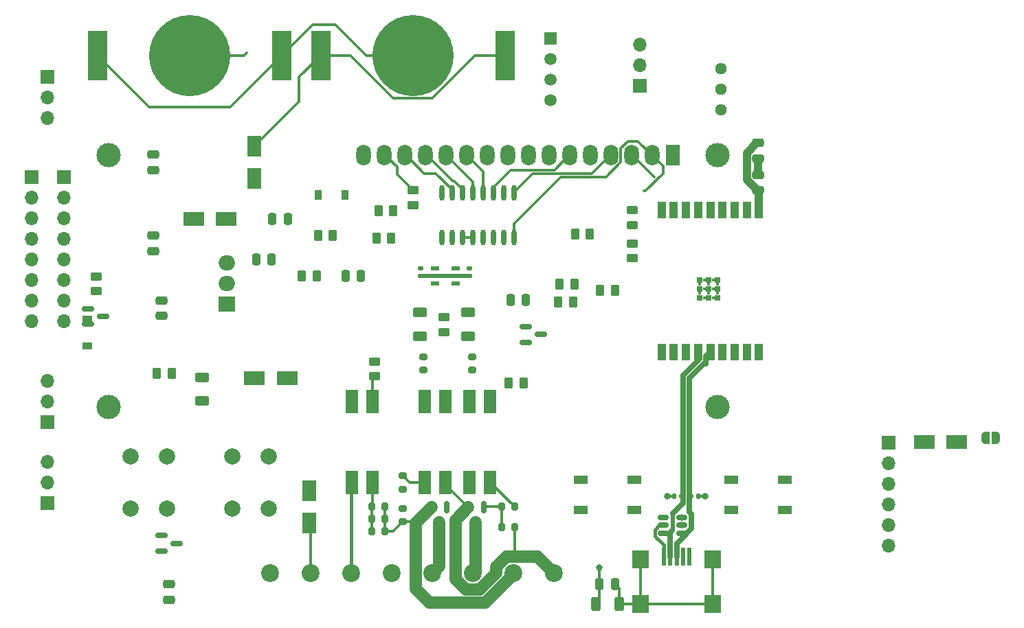
<source format=gbr>
%TF.GenerationSoftware,KiCad,Pcbnew,(6.0.9)*%
%TF.CreationDate,2022-11-21T22:50:26+02:00*%
%TF.ProjectId,Elekit2.0,456c656b-6974-4322-9e30-2e6b69636164,rev?*%
%TF.SameCoordinates,Original*%
%TF.FileFunction,Copper,L1,Top*%
%TF.FilePolarity,Positive*%
%FSLAX46Y46*%
G04 Gerber Fmt 4.6, Leading zero omitted, Abs format (unit mm)*
G04 Created by KiCad (PCBNEW (6.0.9)) date 2022-11-21 22:50:26*
%MOMM*%
%LPD*%
G01*
G04 APERTURE LIST*
G04 Aperture macros list*
%AMRoundRect*
0 Rectangle with rounded corners*
0 $1 Rounding radius*
0 $2 $3 $4 $5 $6 $7 $8 $9 X,Y pos of 4 corners*
0 Add a 4 corners polygon primitive as box body*
4,1,4,$2,$3,$4,$5,$6,$7,$8,$9,$2,$3,0*
0 Add four circle primitives for the rounded corners*
1,1,$1+$1,$2,$3*
1,1,$1+$1,$4,$5*
1,1,$1+$1,$6,$7*
1,1,$1+$1,$8,$9*
0 Add four rect primitives between the rounded corners*
20,1,$1+$1,$2,$3,$4,$5,0*
20,1,$1+$1,$4,$5,$6,$7,0*
20,1,$1+$1,$6,$7,$8,$9,0*
20,1,$1+$1,$8,$9,$2,$3,0*%
%AMFreePoly0*
4,1,22,0.500000,-0.750000,0.000000,-0.750000,0.000000,-0.745033,-0.079941,-0.743568,-0.215256,-0.701293,-0.333266,-0.622738,-0.424486,-0.514219,-0.481581,-0.384460,-0.499164,-0.250000,-0.500000,-0.250000,-0.500000,0.250000,-0.499164,0.250000,-0.499963,0.256109,-0.478152,0.396186,-0.417904,0.524511,-0.324060,0.630769,-0.204165,0.706417,-0.067858,0.745374,0.000000,0.744959,0.000000,0.750000,
0.500000,0.750000,0.500000,-0.750000,0.500000,-0.750000,$1*%
%AMFreePoly1*
4,1,20,0.000000,0.744959,0.073905,0.744508,0.209726,0.703889,0.328688,0.626782,0.421226,0.519385,0.479903,0.390333,0.500000,0.250000,0.500000,-0.250000,0.499851,-0.262216,0.476331,-0.402017,0.414519,-0.529596,0.319384,-0.634700,0.198574,-0.708877,0.061801,-0.746166,0.000000,-0.745033,0.000000,-0.750000,-0.500000,-0.750000,-0.500000,0.750000,0.000000,0.750000,0.000000,0.744959,
0.000000,0.744959,$1*%
G04 Aperture macros list end*
%TA.AperFunction,SMDPad,CuDef*%
%ADD10FreePoly0,0.000000*%
%TD*%
%TA.AperFunction,SMDPad,CuDef*%
%ADD11FreePoly1,0.000000*%
%TD*%
%TA.AperFunction,ComponentPad*%
%ADD12R,1.700000X1.700000*%
%TD*%
%TA.AperFunction,ComponentPad*%
%ADD13O,1.700000X1.700000*%
%TD*%
%TA.AperFunction,SMDPad,CuDef*%
%ADD14R,2.500000X1.800000*%
%TD*%
%TA.AperFunction,SMDPad,CuDef*%
%ADD15R,1.000000X2.000000*%
%TD*%
%TA.AperFunction,SMDPad,CuDef*%
%ADD16R,0.700000X0.700000*%
%TD*%
%TA.AperFunction,ComponentPad*%
%ADD17C,2.000000*%
%TD*%
%TA.AperFunction,SMDPad,CuDef*%
%ADD18RoundRect,0.250000X-0.250000X-0.475000X0.250000X-0.475000X0.250000X0.475000X-0.250000X0.475000X0*%
%TD*%
%TA.AperFunction,SMDPad,CuDef*%
%ADD19RoundRect,0.250000X0.312500X0.625000X-0.312500X0.625000X-0.312500X-0.625000X0.312500X-0.625000X0*%
%TD*%
%TA.AperFunction,ComponentPad*%
%ADD20O,1.800000X2.600000*%
%TD*%
%TA.AperFunction,ComponentPad*%
%ADD21R,1.800000X2.600000*%
%TD*%
%TA.AperFunction,ComponentPad*%
%ADD22C,3.000000*%
%TD*%
%TA.AperFunction,SMDPad,CuDef*%
%ADD23RoundRect,0.250000X0.250000X0.475000X-0.250000X0.475000X-0.250000X-0.475000X0.250000X-0.475000X0*%
%TD*%
%TA.AperFunction,ComponentPad*%
%ADD24R,1.500000X1.500000*%
%TD*%
%TA.AperFunction,ComponentPad*%
%ADD25C,1.500000*%
%TD*%
%TA.AperFunction,SMDPad,CuDef*%
%ADD26R,1.500000X3.000000*%
%TD*%
%TA.AperFunction,SMDPad,CuDef*%
%ADD27R,0.500000X2.200000*%
%TD*%
%TA.AperFunction,SMDPad,CuDef*%
%ADD28R,2.000000X2.200000*%
%TD*%
%TA.AperFunction,SMDPad,CuDef*%
%ADD29R,1.000000X0.600000*%
%TD*%
%TA.AperFunction,SMDPad,CuDef*%
%ADD30RoundRect,0.150000X-0.150000X0.587500X-0.150000X-0.587500X0.150000X-0.587500X0.150000X0.587500X0*%
%TD*%
%TA.AperFunction,SMDPad,CuDef*%
%ADD31C,10.000025*%
%TD*%
%TA.AperFunction,SMDPad,CuDef*%
%ADD32R,2.400000X6.100000*%
%TD*%
%TA.AperFunction,SMDPad,CuDef*%
%ADD33RoundRect,0.250000X-0.450000X0.262500X-0.450000X-0.262500X0.450000X-0.262500X0.450000X0.262500X0*%
%TD*%
%TA.AperFunction,SMDPad,CuDef*%
%ADD34RoundRect,0.200000X-0.275000X0.200000X-0.275000X-0.200000X0.275000X-0.200000X0.275000X0.200000X0*%
%TD*%
%TA.AperFunction,SMDPad,CuDef*%
%ADD35RoundRect,0.250000X0.450000X-0.262500X0.450000X0.262500X-0.450000X0.262500X-0.450000X-0.262500X0*%
%TD*%
%TA.AperFunction,SMDPad,CuDef*%
%ADD36RoundRect,0.250000X-0.262500X-0.450000X0.262500X-0.450000X0.262500X0.450000X-0.262500X0.450000X0*%
%TD*%
%TA.AperFunction,SMDPad,CuDef*%
%ADD37RoundRect,0.140000X-0.140000X-0.170000X0.140000X-0.170000X0.140000X0.170000X-0.140000X0.170000X0*%
%TD*%
%TA.AperFunction,SMDPad,CuDef*%
%ADD38RoundRect,0.200000X-0.200000X-0.275000X0.200000X-0.275000X0.200000X0.275000X-0.200000X0.275000X0*%
%TD*%
%TA.AperFunction,SMDPad,CuDef*%
%ADD39RoundRect,0.150000X-0.587500X-0.150000X0.587500X-0.150000X0.587500X0.150000X-0.587500X0.150000X0*%
%TD*%
%TA.AperFunction,SMDPad,CuDef*%
%ADD40R,1.200000X0.900000*%
%TD*%
%TA.AperFunction,ComponentPad*%
%ADD41C,2.200000*%
%TD*%
%TA.AperFunction,SMDPad,CuDef*%
%ADD42RoundRect,0.250000X-0.625000X0.312500X-0.625000X-0.312500X0.625000X-0.312500X0.625000X0.312500X0*%
%TD*%
%TA.AperFunction,SMDPad,CuDef*%
%ADD43R,1.700000X1.000000*%
%TD*%
%TA.AperFunction,SMDPad,CuDef*%
%ADD44R,1.800000X2.500000*%
%TD*%
%TA.AperFunction,SMDPad,CuDef*%
%ADD45RoundRect,0.200000X0.275000X-0.200000X0.275000X0.200000X-0.275000X0.200000X-0.275000X-0.200000X0*%
%TD*%
%TA.AperFunction,SMDPad,CuDef*%
%ADD46RoundRect,0.250000X-0.475000X0.250000X-0.475000X-0.250000X0.475000X-0.250000X0.475000X0.250000X0*%
%TD*%
%TA.AperFunction,SMDPad,CuDef*%
%ADD47RoundRect,0.250000X0.475000X-0.250000X0.475000X0.250000X-0.475000X0.250000X-0.475000X-0.250000X0*%
%TD*%
%TA.AperFunction,SMDPad,CuDef*%
%ADD48RoundRect,0.250000X0.262500X0.450000X-0.262500X0.450000X-0.262500X-0.450000X0.262500X-0.450000X0*%
%TD*%
%TA.AperFunction,SMDPad,CuDef*%
%ADD49RoundRect,0.200000X0.200000X0.275000X-0.200000X0.275000X-0.200000X-0.275000X0.200000X-0.275000X0*%
%TD*%
%TA.AperFunction,SMDPad,CuDef*%
%ADD50RoundRect,0.243750X-0.456250X0.243750X-0.456250X-0.243750X0.456250X-0.243750X0.456250X0.243750X0*%
%TD*%
%TA.AperFunction,SMDPad,CuDef*%
%ADD51RoundRect,0.140000X0.170000X-0.140000X0.170000X0.140000X-0.170000X0.140000X-0.170000X-0.140000X0*%
%TD*%
%TA.AperFunction,SMDPad,CuDef*%
%ADD52R,0.900000X1.200000*%
%TD*%
%TA.AperFunction,SMDPad,CuDef*%
%ADD53RoundRect,0.150000X0.512500X0.150000X-0.512500X0.150000X-0.512500X-0.150000X0.512500X-0.150000X0*%
%TD*%
%TA.AperFunction,ComponentPad*%
%ADD54O,2.000000X1.905000*%
%TD*%
%TA.AperFunction,ComponentPad*%
%ADD55R,2.000000X1.905000*%
%TD*%
%TA.AperFunction,SMDPad,CuDef*%
%ADD56O,0.602007X1.970993*%
%TD*%
%TA.AperFunction,SMDPad,CuDef*%
%ADD57RoundRect,0.140000X-0.170000X0.140000X-0.170000X-0.140000X0.170000X-0.140000X0.170000X0.140000X0*%
%TD*%
%TA.AperFunction,ComponentPad*%
%ADD58C,1.440000*%
%TD*%
%TA.AperFunction,ViaPad*%
%ADD59C,0.800000*%
%TD*%
%TA.AperFunction,ViaPad*%
%ADD60C,0.400000*%
%TD*%
%TA.AperFunction,Conductor*%
%ADD61C,0.300000*%
%TD*%
%TA.AperFunction,Conductor*%
%ADD62C,0.640000*%
%TD*%
%TA.AperFunction,Conductor*%
%ADD63C,1.000000*%
%TD*%
%TA.AperFunction,Conductor*%
%ADD64C,1.500000*%
%TD*%
%TA.AperFunction,Conductor*%
%ADD65C,0.400000*%
%TD*%
%TA.AperFunction,Conductor*%
%ADD66C,0.500000*%
%TD*%
%TA.AperFunction,Conductor*%
%ADD67C,0.550000*%
%TD*%
G04 APERTURE END LIST*
D10*
%TO.P,JP5,1,A*%
%TO.N,Net-(J6-Pad3)*%
X140550000Y-77000000D03*
D11*
%TO.P,JP5,2,B*%
%TO.N,Net-(D8-Pad2)*%
X141850000Y-77000000D03*
%TD*%
D12*
%TO.P,J6,1,Pin_1*%
%TO.N,GND*%
X128650000Y-77550000D03*
D13*
%TO.P,J6,2,Pin_2*%
%TO.N,unconnected-(J6-Pad2)*%
X128650000Y-80090000D03*
%TO.P,J6,3,Pin_3*%
%TO.N,Net-(J6-Pad3)*%
X128650000Y-82630000D03*
%TO.P,J6,4,Pin_4*%
%TO.N,/RX*%
X128650000Y-85170000D03*
%TO.P,J6,5,Pin_5*%
%TO.N,/TX*%
X128650000Y-87710000D03*
%TO.P,J6,6,Pin_6*%
%TO.N,unconnected-(J6-Pad6)*%
X128650000Y-90250000D03*
%TD*%
D14*
%TO.P,D8,1,K*%
%TO.N,/VBUS*%
X133000000Y-77500000D03*
%TO.P,D8,2,A*%
%TO.N,Net-(D8-Pad2)*%
X137000000Y-77500000D03*
%TD*%
D12*
%TO.P,J10,1,Pin_1*%
%TO.N,GND*%
X25000000Y-32500000D03*
D13*
%TO.P,J10,2,Pin_2*%
%TO.N,Net-(J10-Pad2)*%
X25000000Y-35040000D03*
%TO.P,J10,3,Pin_3*%
%TO.N,/VBUS*%
X25000000Y-37580000D03*
%TD*%
D15*
%TO.P,U9,1,3V3*%
%TO.N,+3.3V*%
X112649898Y-48889890D03*
%TO.P,U9,2,EN*%
%TO.N,/CHIP_PU*%
X111150025Y-48889890D03*
%TO.P,U9,3,IO4*%
%TO.N,/GPIO4*%
X109649898Y-48889890D03*
%TO.P,U9,4,IO5*%
%TO.N,/GPIO5*%
X108150025Y-48889890D03*
%TO.P,U9,5,IO6*%
%TO.N,/GPIO6*%
X106649898Y-48889890D03*
%TO.P,U9,6,IO7*%
%TO.N,/GPIO7*%
X105150025Y-48889890D03*
%TO.P,U9,7,IO8*%
%TO.N,/GPIO8*%
X103649898Y-48889890D03*
%TO.P,U9,8,IO9*%
%TO.N,/GPIO9*%
X102150025Y-48889890D03*
%TO.P,U9,9,GND*%
%TO.N,GND*%
X100649898Y-48889890D03*
%TO.P,U9,10,IO10*%
%TO.N,/GPIO10*%
X100649898Y-66390018D03*
%TO.P,U9,11,RXD*%
%TO.N,/RX*%
X102150025Y-66390018D03*
%TO.P,U9,12,TXD*%
%TO.N,/TX*%
X103649898Y-66390018D03*
%TO.P,U9,13,IO18*%
%TO.N,/D-*%
X105150025Y-66390018D03*
%TO.P,U9,14,IO19*%
%TO.N,/D+*%
X106649898Y-66390018D03*
%TO.P,U9,15,IO3*%
%TO.N,/GPIO3*%
X108150025Y-66390018D03*
%TO.P,U9,16,IO2*%
%TO.N,/GPIO2*%
X109649898Y-66390018D03*
%TO.P,U9,17,IO1*%
%TO.N,/GPIO1*%
X111150025Y-66390018D03*
%TO.P,U9,18,IO0*%
%TO.N,/GPIO0*%
X112649898Y-66390018D03*
D16*
%TO.P,U9,19,EP*%
%TO.N,GND*%
X106450000Y-58599822D03*
X107550076Y-59699898D03*
X106450000Y-57500000D03*
X106450000Y-59699898D03*
X105349924Y-58599822D03*
X107550076Y-57500000D03*
X107550076Y-58599822D03*
X105349924Y-59699898D03*
X105349924Y-57500000D03*
%TD*%
D17*
%TO.P,SW2,1,1*%
%TO.N,GND*%
X35250000Y-85750000D03*
X35250000Y-79250000D03*
%TO.P,SW2,2,2*%
%TO.N,Net-(C14-Pad2)*%
X39750000Y-85750000D03*
X39750000Y-79250000D03*
%TD*%
D18*
%TO.P,C14,1*%
%TO.N,GND*%
X82050000Y-60000000D03*
%TO.P,C14,2*%
%TO.N,Net-(C14-Pad2)*%
X83950000Y-60000000D03*
%TD*%
D19*
%TO.P,R1,1*%
%TO.N,Net-(C3-Pad1)*%
X95462500Y-97500000D03*
%TO.P,R1,2*%
%TO.N,GND*%
X92537500Y-97500000D03*
%TD*%
D20*
%TO.P,DS1,16,LED(-)*%
%TO.N,GND*%
X63900000Y-42142500D03*
%TO.P,DS1,15,LED(+)*%
%TO.N,Net-(DS1-Pad15)*%
X66440000Y-42142500D03*
%TO.P,DS1,14,D7*%
%TO.N,Net-(DS1-Pad14)*%
X68980000Y-42142500D03*
%TO.P,DS1,13,D6*%
%TO.N,Net-(DS1-Pad13)*%
X71520000Y-42142500D03*
%TO.P,DS1,12,D5*%
%TO.N,Net-(DS1-Pad12)*%
X74060000Y-42142500D03*
%TO.P,DS1,11,D4*%
%TO.N,Net-(DS1-Pad11)*%
X76600000Y-42142500D03*
%TO.P,DS1,10,D3*%
%TO.N,unconnected-(DS1-Pad10)*%
X79140000Y-42142500D03*
%TO.P,DS1,9,D2*%
%TO.N,unconnected-(DS1-Pad9)*%
X81680000Y-42142500D03*
%TO.P,DS1,8,D1*%
%TO.N,unconnected-(DS1-Pad8)*%
X84220000Y-42142500D03*
%TO.P,DS1,7,D0*%
%TO.N,unconnected-(DS1-Pad7)*%
X86760000Y-42142500D03*
%TO.P,DS1,6,E*%
%TO.N,Net-(DS1-Pad6)*%
X89300000Y-42142500D03*
%TO.P,DS1,5,R/W*%
%TO.N,GND*%
X91840000Y-42142500D03*
%TO.P,DS1,4,RS*%
%TO.N,Net-(DS1-Pad4)*%
X94380000Y-42142500D03*
%TO.P,DS1,3,VO*%
%TO.N,Net-(DS1-Pad3)*%
X96920000Y-42142500D03*
%TO.P,DS1,2,VDD*%
%TO.N,/VBUS*%
X99460000Y-42142500D03*
D21*
%TO.P,DS1,1,VSS*%
%TO.N,GND*%
X102000000Y-42142500D03*
D22*
%TO.P,DS1,*%
%TO.N,*%
X32500000Y-42142500D03*
X107499100Y-73143200D03*
X107499100Y-42142500D03*
X32500520Y-73143200D03*
%TD*%
D23*
%TO.P,C3,1*%
%TO.N,Net-(C3-Pad1)*%
X94900000Y-95000000D03*
%TO.P,C3,2*%
%TO.N,GND*%
X93000000Y-95000000D03*
%TD*%
D24*
%TO.P,U11,1,VCC*%
%TO.N,+3.3V*%
X87000000Y-27685000D03*
D25*
%TO.P,U11,2,IO*%
%TO.N,/DHT_DATA*%
X87000000Y-30225000D03*
%TO.P,U11,3,NC*%
%TO.N,unconnected-(U11-Pad3)*%
X87000000Y-32765000D03*
%TO.P,U11,4,GND*%
%TO.N,GND*%
X87000000Y-35305000D03*
%TD*%
D26*
%TO.P,U12,1,AN*%
%TO.N,/DRAIN1_CONTROL*%
X74039752Y-72500000D03*
%TO.P,U12,2,CAT*%
%TO.N,Net-(R20-Pad1)*%
X71499746Y-72500000D03*
%TO.P,U12,3,EM*%
%TO.N,Net-(R19-Pad1)*%
X71499746Y-82500000D03*
%TO.P,U12,4,COL*%
%TO.N,/HVBUS*%
X74039752Y-82500000D03*
%TD*%
D27*
%TO.P,U1,1,VCC*%
%TO.N,/VUSB*%
X100899924Y-91599822D03*
%TO.P,U1,2,D-*%
%TO.N,/D-*%
X101700025Y-91599822D03*
%TO.P,U1,3,D+*%
%TO.N,/D+*%
X102499873Y-91599822D03*
%TO.P,U1,4,ID*%
%TO.N,unconnected-(U1-Pad4)*%
X103299975Y-91599822D03*
%TO.P,U1,5,GND*%
%TO.N,GND*%
X104099822Y-91599822D03*
D28*
%TO.P,U1,6,6*%
%TO.N,Net-(C3-Pad1)*%
X98050038Y-91999873D03*
%TO.P,U1,7,7*%
X106949962Y-91999873D03*
%TO.P,U1,9,9*%
X98050038Y-97500000D03*
%TO.P,U1,8,8*%
X106949962Y-97500000D03*
%TD*%
D29*
%TO.P,U7,5,VOUT*%
%TO.N,+3.3V*%
X75300102Y-56070038D03*
%TO.P,U7,4,NC*%
%TO.N,unconnected-(U7-Pad4)*%
X75300102Y-57969962D03*
%TO.P,U7,3,CE*%
%TO.N,/EN_LDO*%
X72699898Y-57969962D03*
%TO.P,U7,2,VSS*%
%TO.N,GND*%
X72699898Y-57020000D03*
%TO.P,U7,1,VIN*%
%TO.N,/VBUS*%
X72699898Y-56070038D03*
%TD*%
D30*
%TO.P,Q4,1,G*%
%TO.N,Net-(Q4-Pad1)*%
X74219876Y-85562500D03*
%TO.P,Q4,2,S*%
%TO.N,GNDPWR*%
X72319876Y-85562500D03*
%TO.P,Q4,3,D*%
%TO.N,/DRAIN1*%
X73269876Y-87437500D03*
%TD*%
D12*
%TO.P,J9,1,Pin_1*%
%TO.N,GND*%
X25000000Y-75040000D03*
D13*
%TO.P,J9,2,Pin_2*%
%TO.N,/VBUS*%
X25000000Y-72500000D03*
%TO.P,J9,3,Pin_3*%
%TO.N,/SERVO2*%
X25000000Y-69960000D03*
%TD*%
D31*
%TO.P,U2,2,2*%
%TO.N,Net-(U2-Pad2)*%
X70000000Y-29809500D03*
D32*
%TO.P,U2,1,1*%
%TO.N,+BATT*%
X81350013Y-29809500D03*
X58649987Y-29809500D03*
%TD*%
D12*
%TO.P,J7,1,Pin_1*%
%TO.N,/GPIO0*%
X23000000Y-44840000D03*
D13*
%TO.P,J7,2,Pin_2*%
%TO.N,/GPIO1*%
X23000000Y-47380000D03*
%TO.P,J7,3,Pin_3*%
%TO.N,/GPIO2*%
X23000000Y-49920000D03*
%TO.P,J7,4,Pin_4*%
%TO.N,/GPIO3*%
X23000000Y-52460000D03*
%TO.P,J7,5,Pin_5*%
%TO.N,/GPIO4*%
X23000000Y-55000000D03*
%TO.P,J7,6,Pin_6*%
%TO.N,/GPIO5*%
X23000000Y-57540000D03*
%TO.P,J7,7,Pin_7*%
%TO.N,/GPIO6*%
X23000000Y-60080000D03*
%TO.P,J7,8,Pin_8*%
%TO.N,/GPIO7*%
X23000000Y-62620000D03*
%TD*%
D18*
%TO.P,C10,1*%
%TO.N,/BTN*%
X61700000Y-57000000D03*
%TO.P,C10,2*%
%TO.N,GND*%
X63600000Y-57000000D03*
%TD*%
D33*
%TO.P,R18,1*%
%TO.N,+3.3V*%
X31000000Y-57087500D03*
%TO.P,R18,2*%
%TO.N,/DHT_DATA*%
X31000000Y-58912500D03*
%TD*%
D34*
%TO.P,R21,1*%
%TO.N,Net-(Q4-Pad1)*%
X68769876Y-85675000D03*
%TO.P,R21,2*%
%TO.N,GNDPWR*%
X68769876Y-87325000D03*
%TD*%
D35*
%TO.P,R2,1*%
%TO.N,/VBUS*%
X70060000Y-48270000D03*
%TO.P,R2,2*%
%TO.N,Net-(DS1-Pad15)*%
X70060000Y-46445000D03*
%TD*%
D33*
%TO.P,R16,1*%
%TO.N,+3.3V*%
X73839924Y-62087500D03*
%TO.P,R16,2*%
%TO.N,/DQ*%
X73839924Y-63912500D03*
%TD*%
D36*
%TO.P,R4,1*%
%TO.N,Net-(R4-Pad1)*%
X88087500Y-58000000D03*
%TO.P,R4,2*%
%TO.N,/BTN*%
X89912500Y-58000000D03*
%TD*%
D37*
%TO.P,C2,2*%
%TO.N,/D-*%
X103160000Y-84171869D03*
%TO.P,C2,1*%
%TO.N,GND*%
X102200000Y-84171869D03*
%TD*%
D12*
%TO.P,J11,1,Pin_1*%
%TO.N,GND*%
X98000000Y-33525000D03*
D13*
%TO.P,J11,2,Pin_2*%
%TO.N,/DQ*%
X98000000Y-30985000D03*
%TO.P,J11,3,Pin_3*%
%TO.N,+3.3V*%
X98000000Y-28445000D03*
%TD*%
D32*
%TO.P,U4,1,1*%
%TO.N,Net-(U2-Pad2)*%
X31149987Y-29809500D03*
X53850013Y-29809500D03*
D31*
%TO.P,U4,2,2*%
%TO.N,GND*%
X42500000Y-29809500D03*
%TD*%
D36*
%TO.P,R8,1*%
%TO.N,Net-(Q1-Pad1)*%
X56337500Y-57000000D03*
%TO.P,R8,2*%
%TO.N,/GPIO5*%
X58162500Y-57000000D03*
%TD*%
D34*
%TO.P,R19,1*%
%TO.N,Net-(R19-Pad1)*%
X68769876Y-81675000D03*
%TO.P,R19,2*%
%TO.N,Net-(Q4-Pad1)*%
X68769876Y-83325000D03*
%TD*%
D38*
%TO.P,R23,1*%
%TO.N,Net-(Q5-Pad1)*%
X80944876Y-85500000D03*
%TO.P,R23,2*%
%TO.N,Net-(R23-Pad2)*%
X82594876Y-85500000D03*
%TD*%
D39*
%TO.P,Q2,1,G*%
%TO.N,Net-(Q2-Pad1)*%
X83875000Y-63300000D03*
%TO.P,Q2,2,S*%
%TO.N,GND*%
X83875000Y-65200000D03*
%TO.P,Q2,3,D*%
%TO.N,Net-(D9-Pad4)*%
X85750000Y-64250000D03*
%TD*%
D40*
%TO.P,D6,1,K*%
%TO.N,/EN_LDO*%
X29912500Y-62350000D03*
%TO.P,D6,2,A*%
%TO.N,/BTN*%
X29912500Y-65650000D03*
%TD*%
D18*
%TO.P,C7,1*%
%TO.N,/VBUS*%
X50700000Y-55000000D03*
%TO.P,C7,2*%
%TO.N,GND*%
X52600000Y-55000000D03*
%TD*%
D41*
%TO.P,J2,1,Pin_1*%
%TO.N,/DRAIN1*%
X72415888Y-93650000D03*
%TO.P,J2,2,Pin_2*%
%TO.N,/SOUCE1*%
X77415888Y-93650000D03*
%TD*%
D42*
%TO.P,R12,1*%
%TO.N,/CHIP_PU*%
X76839924Y-61537500D03*
%TO.P,R12,2*%
%TO.N,+3.3V*%
X76839924Y-64462500D03*
%TD*%
D43*
%TO.P,U8,1,A*%
%TO.N,/GPIO9*%
X90700025Y-82149809D03*
%TO.P,U8,2,B*%
%TO.N,unconnected-(U8-Pad2)*%
X97299975Y-82149784D03*
%TO.P,U8,3,C*%
%TO.N,unconnected-(U8-Pad3)*%
X90700025Y-85850216D03*
%TO.P,U8,4,D*%
%TO.N,GND*%
X97299975Y-85850191D03*
%TD*%
D17*
%TO.P,SW1,1,1*%
%TO.N,Net-(R4-Pad1)*%
X47750000Y-79250000D03*
X47750000Y-85750000D03*
%TO.P,SW1,2,2*%
%TO.N,/VBUS*%
X52250000Y-79250000D03*
X52250000Y-85750000D03*
%TD*%
D44*
%TO.P,D1,1,K*%
%TO.N,/VBUS*%
X50500000Y-45000000D03*
%TO.P,D1,2,A*%
%TO.N,+BATT*%
X50500000Y-41000000D03*
%TD*%
D45*
%TO.P,R24,1*%
%TO.N,Net-(R24-Pad1)*%
X77269876Y-68645000D03*
%TO.P,R24,2*%
%TO.N,GND*%
X77269876Y-66995000D03*
%TD*%
D41*
%TO.P,J4,2,Pin_2*%
%TO.N,Net-(D5-Pad2)*%
X57415888Y-93650000D03*
%TO.P,J4,1,Pin_1*%
%TO.N,GND*%
X52415888Y-93650000D03*
%TD*%
D39*
%TO.P,Q1,1,G*%
%TO.N,Net-(Q1-Pad1)*%
X39062500Y-89050000D03*
%TO.P,Q1,2,S*%
%TO.N,GND*%
X39062500Y-90950000D03*
%TO.P,Q1,3,D*%
%TO.N,/SERVO1*%
X40937500Y-90000000D03*
%TD*%
D46*
%TO.P,C4,2*%
%TO.N,/HVBUS*%
X39000000Y-61950000D03*
%TO.P,C4,1*%
%TO.N,GND*%
X39000000Y-60050000D03*
%TD*%
D39*
%TO.P,Q3,1,G*%
%TO.N,Net-(Q3-Pad1)*%
X29975000Y-61050000D03*
%TO.P,Q3,2,S*%
%TO.N,GND*%
X29975000Y-62950000D03*
%TO.P,Q3,3,D*%
%TO.N,/SERVO2*%
X31850000Y-62000000D03*
%TD*%
D47*
%TO.P,C5,2*%
%TO.N,Net-(C5-Pad2)*%
X38000000Y-52050000D03*
%TO.P,C5,1*%
%TO.N,GND*%
X38000000Y-53950000D03*
%TD*%
D18*
%TO.P,C6,1*%
%TO.N,/VBUS*%
X52700000Y-50000000D03*
%TO.P,C6,2*%
%TO.N,GND*%
X54600000Y-50000000D03*
%TD*%
D26*
%TO.P,U13,1,AN*%
%TO.N,/SOUCE1_CONTROL*%
X79539752Y-72500000D03*
%TO.P,U13,2,CAT*%
%TO.N,Net-(R24-Pad1)*%
X76999746Y-72500000D03*
%TO.P,U13,3,EM*%
%TO.N,GNDPWR*%
X76999746Y-82500000D03*
%TO.P,U13,4,COL*%
%TO.N,Net-(R23-Pad2)*%
X79539752Y-82500000D03*
%TD*%
D38*
%TO.P,R27,1*%
%TO.N,Net-(R25-Pad1)*%
X64944876Y-88500000D03*
%TO.P,R27,2*%
%TO.N,GNDPWR*%
X66594876Y-88500000D03*
%TD*%
D14*
%TO.P,D3,1,K*%
%TO.N,/VBUS*%
X50512500Y-69642500D03*
%TO.P,D3,2,A*%
%TO.N,/VUSB*%
X54512500Y-69642500D03*
%TD*%
%TO.P,D2,2,A*%
%TO.N,Net-(C5-Pad2)*%
X47000000Y-50000000D03*
%TO.P,D2,1,K*%
%TO.N,/VBUS*%
X43000000Y-50000000D03*
%TD*%
D36*
%TO.P,R10,2*%
%TO.N,/GPIO5*%
X83662500Y-70250000D03*
%TO.P,R10,1*%
%TO.N,Net-(Q2-Pad1)*%
X81837500Y-70250000D03*
%TD*%
D38*
%TO.P,R25,1*%
%TO.N,Net-(R25-Pad1)*%
X64944876Y-85500000D03*
%TO.P,R25,2*%
%TO.N,GNDPWR*%
X66594876Y-85500000D03*
%TD*%
D46*
%TO.P,C15,1*%
%TO.N,/CHIP_PU*%
X40000000Y-95050000D03*
%TO.P,C15,2*%
%TO.N,GND*%
X40000000Y-96950000D03*
%TD*%
D38*
%TO.P,R26,1*%
%TO.N,Net-(R25-Pad1)*%
X64944876Y-87000000D03*
%TO.P,R26,2*%
%TO.N,GNDPWR*%
X66594876Y-87000000D03*
%TD*%
D30*
%TO.P,Q5,1,G*%
%TO.N,Net-(Q5-Pad1)*%
X78719876Y-85562500D03*
%TO.P,Q5,2,S*%
%TO.N,/HVBUS*%
X76819876Y-85562500D03*
%TO.P,Q5,3,D*%
%TO.N,/SOUCE1*%
X77769876Y-87437500D03*
%TD*%
D48*
%TO.P,R13,1*%
%TO.N,Net-(Q3-Pad1)*%
X91825000Y-51825000D03*
%TO.P,R13,2*%
%TO.N,/GPIO5*%
X90000000Y-51825000D03*
%TD*%
D44*
%TO.P,D5,2,A*%
%TO.N,Net-(D5-Pad2)*%
X57269876Y-87500000D03*
%TO.P,D5,1,K*%
%TO.N,/VBUS*%
X57269876Y-83500000D03*
%TD*%
D36*
%TO.P,R5,1*%
%TO.N,Net-(D7-Pad2)*%
X93087500Y-58825000D03*
%TO.P,R5,2*%
%TO.N,Net-(JP3-Pad1)*%
X94912500Y-58825000D03*
%TD*%
D49*
%TO.P,R22,1*%
%TO.N,/HVBUS*%
X82594876Y-88000000D03*
%TO.P,R22,2*%
%TO.N,Net-(Q5-Pad1)*%
X80944876Y-88000000D03*
%TD*%
D41*
%TO.P,J3,1,Pin_1*%
%TO.N,/INP1*%
X62415888Y-93650000D03*
%TO.P,J3,2,Pin_2*%
%TO.N,unconnected-(J3-Pad2)*%
X67415888Y-93650000D03*
%TD*%
D50*
%TO.P,D4,2,A*%
%TO.N,Net-(D4-Pad2)*%
X97000000Y-50762500D03*
%TO.P,D4,1,K*%
%TO.N,Net-(D4-Pad1)*%
X97000000Y-48887500D03*
%TD*%
D46*
%TO.P,C12,1*%
%TO.N,GND*%
X112500000Y-44550000D03*
%TO.P,C12,2*%
%TO.N,+3.3V*%
X112500000Y-46450000D03*
%TD*%
D12*
%TO.P,J8,1,Pin_1*%
%TO.N,/GPIO8*%
X27000000Y-44840000D03*
D13*
%TO.P,J8,2,Pin_2*%
%TO.N,/GPIO9*%
X27000000Y-47380000D03*
%TO.P,J8,3,Pin_3*%
%TO.N,/GPIO10*%
X27000000Y-49920000D03*
%TO.P,J8,4,Pin_4*%
%TO.N,/RX*%
X27000000Y-52460000D03*
%TO.P,J8,5,Pin_5*%
%TO.N,/TX*%
X27000000Y-55000000D03*
%TO.P,J8,6,Pin_6*%
%TO.N,unconnected-(J8-Pad6)*%
X27000000Y-57540000D03*
%TO.P,J8,7,Pin_7*%
%TO.N,unconnected-(J8-Pad7)*%
X27000000Y-60080000D03*
%TO.P,J8,8,Pin_8*%
%TO.N,unconnected-(J8-Pad8)*%
X27000000Y-62620000D03*
%TD*%
D36*
%TO.P,R9,1*%
%TO.N,/VBUS*%
X65525000Y-52364500D03*
%TO.P,R9,2*%
%TO.N,/SERVO1*%
X67350000Y-52364500D03*
%TD*%
D51*
%TO.P,C8,1*%
%TO.N,GND*%
X71000000Y-57000000D03*
%TO.P,C8,2*%
%TO.N,/VBUS*%
X71000000Y-56040000D03*
%TD*%
D35*
%TO.P,R28,1*%
%TO.N,/inp1*%
X65269876Y-69412500D03*
%TO.P,R28,2*%
%TO.N,GND*%
X65269876Y-67587500D03*
%TD*%
D36*
%TO.P,R14,1*%
%TO.N,/VBUS*%
X38452322Y-69030038D03*
%TO.P,R14,2*%
%TO.N,/SERVO2*%
X40277322Y-69030038D03*
%TD*%
D26*
%TO.P,U14,4,COL*%
%TO.N,+3.3V*%
X62500000Y-72500000D03*
%TO.P,U14,3,EM*%
%TO.N,/inp1*%
X65040006Y-72500000D03*
%TO.P,U14,2,CAT*%
%TO.N,Net-(R25-Pad1)*%
X65040006Y-82500000D03*
%TO.P,U14,1,AN*%
%TO.N,/INP1*%
X62500000Y-82500000D03*
%TD*%
D36*
%TO.P,R6,1*%
%TO.N,/BTN*%
X65787500Y-49000000D03*
%TO.P,R6,2*%
%TO.N,GND*%
X67612500Y-49000000D03*
%TD*%
D52*
%TO.P,D7,1,K*%
%TO.N,/EN_LDO*%
X58350000Y-47000000D03*
%TO.P,D7,2,A*%
%TO.N,Net-(D7-Pad2)*%
X61650000Y-47000000D03*
%TD*%
D53*
%TO.P,U5,6,IO4*%
%TO.N,/D-*%
X100862500Y-88721869D03*
%TO.P,U5,5,VP*%
%TO.N,/VUSB*%
X100862500Y-87771869D03*
%TO.P,U5,4,IO3*%
%TO.N,unconnected-(U5-Pad4)*%
X100862500Y-86821869D03*
%TO.P,U5,3,IO2*%
%TO.N,unconnected-(U5-Pad3)*%
X103137500Y-86821869D03*
%TO.P,U5,2,VN*%
%TO.N,GND*%
X103137500Y-87771869D03*
%TO.P,U5,1,IO1*%
%TO.N,/D+*%
X103137500Y-88721869D03*
%TD*%
D41*
%TO.P,J1,1,Pin_1*%
%TO.N,GNDPWR*%
X82415888Y-93650000D03*
%TO.P,J1,2,Pin_2*%
%TO.N,/HVBUS*%
X87415888Y-93650000D03*
%TD*%
D42*
%TO.P,R17,1*%
%TO.N,/GPIO8*%
X44000000Y-69537500D03*
%TO.P,R17,2*%
%TO.N,+3.3V*%
X44000000Y-72462500D03*
%TD*%
D45*
%TO.P,R20,1*%
%TO.N,Net-(R20-Pad1)*%
X71269876Y-68645000D03*
%TO.P,R20,2*%
%TO.N,GND*%
X71269876Y-66995000D03*
%TD*%
D42*
%TO.P,R15,1*%
%TO.N,/GPIO2*%
X70839924Y-61537500D03*
%TO.P,R15,2*%
%TO.N,+3.3V*%
X70839924Y-64462500D03*
%TD*%
D46*
%TO.P,C13,1*%
%TO.N,/GPIO9*%
X38000000Y-42050000D03*
%TO.P,C13,2*%
%TO.N,GND*%
X38000000Y-43950000D03*
%TD*%
D54*
%TO.P,U3,3,OUT*%
%TO.N,Net-(C5-Pad2)*%
X47050000Y-55435000D03*
%TO.P,U3,2,GND*%
%TO.N,GND*%
X47050000Y-57975000D03*
D55*
%TO.P,U3,1,IN*%
%TO.N,/HVBUS*%
X47050000Y-60515000D03*
%TD*%
D37*
%TO.P,C1,2*%
%TO.N,GND*%
X105180000Y-84171869D03*
%TO.P,C1,1*%
%TO.N,/D+*%
X104220000Y-84171869D03*
%TD*%
D43*
%TO.P,U10,1,A*%
%TO.N,/CHIP_PU*%
X109200025Y-82149809D03*
%TO.P,U10,2,B*%
%TO.N,unconnected-(U10-Pad2)*%
X115799975Y-82149784D03*
%TO.P,U10,3,C*%
%TO.N,unconnected-(U10-Pad3)*%
X109200025Y-85850216D03*
%TO.P,U10,4,D*%
%TO.N,GND*%
X115799975Y-85850191D03*
%TD*%
D56*
%TO.P,U6,16,VCC*%
%TO.N,/VBUS*%
X82445009Y-52235585D03*
%TO.P,U6,15,QA*%
%TO.N,unconnected-(U6-Pad15)*%
X81175006Y-52235585D03*
%TO.P,U6,14,SER*%
%TO.N,unconnected-(U6-Pad14)*%
X79905004Y-52235585D03*
%TO.P,U6,13,~{OE}*%
%TO.N,GND*%
X78635001Y-52235585D03*
%TO.P,U6,12,RCLK*%
%TO.N,Net-(U6-Pad11)*%
X77364999Y-52235585D03*
%TO.P,U6,11,SRCLK*%
X76094996Y-52235585D03*
%TO.P,U6,10,~{SRCLR}*%
%TO.N,GND*%
X74824994Y-52235585D03*
%TO.P,U6,9,QH'*%
%TO.N,unconnected-(U6-Pad9)*%
X73554991Y-52235585D03*
%TO.P,U6,8,GND*%
%TO.N,GND*%
X73554991Y-46764415D03*
%TO.P,U6,7,QH*%
%TO.N,Net-(DS1-Pad14)*%
X74824994Y-46764415D03*
%TO.P,U6,6,QG*%
%TO.N,Net-(DS1-Pad13)*%
X76094996Y-46764415D03*
%TO.P,U6,5,QF*%
%TO.N,Net-(DS1-Pad12)*%
X77364999Y-46764415D03*
%TO.P,U6,4,QE*%
%TO.N,Net-(DS1-Pad11)*%
X78635001Y-46764415D03*
%TO.P,U6,3,QD*%
%TO.N,Net-(DS1-Pad6)*%
X79905004Y-46764415D03*
%TO.P,U6,2,QC*%
%TO.N,unconnected-(U6-Pad2)*%
X81175006Y-46764415D03*
%TO.P,U6,1,QB*%
%TO.N,Net-(DS1-Pad4)*%
X82445009Y-46764415D03*
%TD*%
D12*
%TO.P,J5,1,Pin_1*%
%TO.N,GND*%
X25000000Y-85040000D03*
D13*
%TO.P,J5,2,Pin_2*%
%TO.N,/VBUS*%
X25000000Y-82500000D03*
%TO.P,J5,3,Pin_3*%
%TO.N,/SERVO1*%
X25000000Y-79960000D03*
%TD*%
D36*
%TO.P,R7,1*%
%TO.N,GND*%
X58337500Y-52000000D03*
%TO.P,R7,2*%
%TO.N,/EN_LDO*%
X60162500Y-52000000D03*
%TD*%
D33*
%TO.P,R3,1*%
%TO.N,Net-(D4-Pad2)*%
X97000000Y-53000000D03*
%TO.P,R3,2*%
%TO.N,+3.3V*%
X97000000Y-54825000D03*
%TD*%
D46*
%TO.P,C11,1*%
%TO.N,+3.3V*%
X112500000Y-40600000D03*
%TO.P,C11,2*%
%TO.N,GND*%
X112500000Y-42500000D03*
%TD*%
D57*
%TO.P,C9,1*%
%TO.N,+3.3V*%
X77000000Y-56040000D03*
%TO.P,C9,2*%
%TO.N,GND*%
X77000000Y-57000000D03*
%TD*%
D36*
%TO.P,R11,2*%
%TO.N,Net-(D9-Pad4)*%
X89750000Y-60250000D03*
%TO.P,R11,1*%
%TO.N,/VBUS*%
X87925000Y-60250000D03*
%TD*%
D58*
%TO.P,RV1,1,1*%
%TO.N,GND*%
X108000000Y-31450000D03*
%TO.P,RV1,2,2*%
%TO.N,Net-(DS1-Pad3)*%
X108000000Y-33990000D03*
%TO.P,RV1,3,3*%
%TO.N,/VBUS*%
X108000000Y-36530000D03*
%TD*%
D59*
%TO.N,GND*%
X93000000Y-93000000D03*
X112500000Y-43500000D03*
X101330000Y-84171869D03*
D60*
X105900000Y-57479822D03*
X105900000Y-59699822D03*
X105900000Y-58599822D03*
X107550000Y-58049822D03*
X106450000Y-59149822D03*
X107540000Y-59149822D03*
D59*
X106050000Y-84171869D03*
D60*
X105340000Y-58049822D03*
X105340000Y-59149822D03*
D59*
X103100000Y-87771869D03*
D60*
X107000000Y-59699822D03*
X106450000Y-58049822D03*
%TO.N,/D+*%
X107000000Y-57489822D03*
X107000000Y-58609822D03*
D59*
%TO.N,unconnected-(U5-Pad3)*%
X103100000Y-86771869D03*
%TD*%
D61*
%TO.N,GND*%
X93000000Y-95000000D02*
X93000000Y-93000000D01*
X93000000Y-95000000D02*
X93000000Y-97037500D01*
X93000000Y-97037500D02*
X92537500Y-97500000D01*
%TO.N,Net-(C3-Pad1)*%
X95462500Y-95562500D02*
X94900000Y-95000000D01*
X95462500Y-97500000D02*
X95462500Y-95562500D01*
X95462500Y-97500000D02*
X98050038Y-97500000D01*
D62*
%TO.N,/D-*%
X103306500Y-69273416D02*
X105150025Y-67429891D01*
X103306500Y-84025369D02*
X103306500Y-69273416D01*
%TO.N,/D+*%
X106097025Y-66942891D02*
X106649898Y-66390018D01*
X106097025Y-67837018D02*
X106097025Y-66942891D01*
%TO.N,/D-*%
X105150025Y-67429891D02*
X105150025Y-66390018D01*
%TO.N,/D+*%
X105827573Y-67837018D02*
X106097025Y-67837018D01*
X104073500Y-69591091D02*
X105827573Y-67837018D01*
X104073500Y-84025369D02*
X104073500Y-69591091D01*
%TO.N,/D-*%
X103306500Y-84025369D02*
X103160000Y-84171869D01*
%TO.N,/D+*%
X104073500Y-84025369D02*
X104220000Y-84171869D01*
D63*
%TO.N,GND*%
X112500000Y-42500000D02*
X112500000Y-43500000D01*
X112500000Y-43500000D02*
X112500000Y-44550000D01*
%TO.N,+3.3V*%
X112400000Y-40600000D02*
X112500000Y-40600000D01*
X111148000Y-45163265D02*
X111148000Y-41852000D01*
X111148000Y-41852000D02*
X112400000Y-40600000D01*
X112434735Y-46450000D02*
X111148000Y-45163265D01*
X112500000Y-46450000D02*
X112434735Y-46450000D01*
X112649898Y-46599898D02*
X112500000Y-46450000D01*
X112649898Y-48889890D02*
X112649898Y-46599898D01*
D61*
%TO.N,Net-(DS1-Pad4)*%
X82445009Y-46681915D02*
X82445009Y-46764415D01*
X94440000Y-42000000D02*
X92082500Y-44357500D01*
%TO.N,Net-(DS1-Pad6)*%
X82040509Y-43930500D02*
X87429500Y-43930500D01*
X79905004Y-46764415D02*
X79905004Y-46066005D01*
%TO.N,Net-(DS1-Pad11)*%
X78635001Y-44177501D02*
X78635001Y-46764415D01*
X76600000Y-42142500D02*
X78635001Y-44177501D01*
%TO.N,Net-(DS1-Pad12)*%
X77364999Y-45447499D02*
X77364999Y-46764415D01*
X74060000Y-42142500D02*
X77364999Y-45447499D01*
%TO.N,Net-(DS1-Pad6)*%
X87429500Y-43930500D02*
X89360000Y-42000000D01*
%TO.N,Net-(DS1-Pad13)*%
X76094996Y-46330004D02*
X76094996Y-46764415D01*
%TO.N,Net-(DS1-Pad6)*%
X79905004Y-46066005D02*
X82040509Y-43930500D01*
%TO.N,Net-(DS1-Pad13)*%
X75124411Y-45359419D02*
X76094996Y-46330004D01*
X74939419Y-45359419D02*
X75124411Y-45359419D01*
X71722500Y-42142500D02*
X74939419Y-45359419D01*
X71520000Y-42142500D02*
X71722500Y-42142500D01*
%TO.N,Net-(DS1-Pad14)*%
X72852489Y-44357500D02*
X74824994Y-46330005D01*
X71397500Y-44357500D02*
X72852489Y-44357500D01*
X68980000Y-42142500D02*
X69182500Y-42142500D01*
%TO.N,/VBUS*%
X82445009Y-50554991D02*
X82445009Y-52235585D01*
X88215500Y-44784500D02*
X82445009Y-50554991D01*
X95617000Y-41298471D02*
X95617000Y-42970029D01*
%TO.N,Net-(DS1-Pad4)*%
X84769424Y-44357500D02*
X82445009Y-46681915D01*
%TO.N,/VBUS*%
X96492471Y-40423000D02*
X95617000Y-41298471D01*
X100823000Y-44362000D02*
X100823000Y-43505500D01*
X98500000Y-46500000D02*
X98685000Y-46500000D01*
%TO.N,Net-(U6-Pad11)*%
X77364999Y-52235585D02*
X76094996Y-52235585D01*
%TO.N,/VBUS*%
X97740500Y-40423000D02*
X96492471Y-40423000D01*
X95617000Y-42970029D02*
X93802529Y-44784500D01*
X98685000Y-46500000D02*
X100823000Y-44362000D01*
%TO.N,Net-(DS1-Pad14)*%
X69182500Y-42142500D02*
X71397500Y-44357500D01*
%TO.N,/VBUS*%
X93802529Y-44784500D02*
X88215500Y-44784500D01*
%TO.N,Net-(DS1-Pad14)*%
X74824994Y-46330005D02*
X74824994Y-46764415D01*
%TO.N,Net-(DS1-Pad4)*%
X92082500Y-44357500D02*
X84769424Y-44357500D01*
%TO.N,/VBUS*%
X100823000Y-43505500D02*
X97740500Y-40423000D01*
%TO.N,Net-(U2-Pad2)*%
X37517487Y-36177000D02*
X47482513Y-36177000D01*
%TO.N,GND*%
X42500000Y-29809500D02*
X49190500Y-29809500D01*
X49190500Y-29809500D02*
X49500000Y-29500000D01*
%TO.N,Net-(U2-Pad2)*%
X47482513Y-36177000D02*
X53850013Y-29809500D01*
X31149987Y-29809500D02*
X37517487Y-36177000D01*
X70000000Y-29809500D02*
X64309500Y-29809500D01*
X64309500Y-29809500D02*
X60500000Y-26000000D01*
X60500000Y-26000000D02*
X57659513Y-26000000D01*
X57659513Y-26000000D02*
X53850013Y-29809500D01*
%TO.N,+BATT*%
X56000000Y-35500000D02*
X56000000Y-32459487D01*
X50500000Y-41000000D02*
X56000000Y-35500000D01*
X56000000Y-32459487D02*
X58649987Y-29809500D01*
X72413488Y-35086512D02*
X77690500Y-29809500D01*
X67586512Y-35086512D02*
X72413488Y-35086512D01*
X62309500Y-29809500D02*
X67586512Y-35086512D01*
X58649987Y-29809500D02*
X62309500Y-29809500D01*
X77690500Y-29809500D02*
X81350013Y-29809500D01*
%TO.N,Net-(C3-Pad1)*%
X106949962Y-97500000D02*
X106949962Y-91999873D01*
X98050038Y-97500000D02*
X106949962Y-97500000D01*
X98050038Y-97500000D02*
X98050038Y-91999873D01*
%TO.N,Net-(DS1-Pad3)*%
X99764500Y-44784500D02*
X96980000Y-42000000D01*
%TO.N,Net-(DS1-Pad15)*%
X68077000Y-43577000D02*
X66500000Y-42000000D01*
X68077000Y-44462000D02*
X68077000Y-43577000D01*
X70060000Y-46445000D02*
X68077000Y-44462000D01*
D64*
%TO.N,GNDPWR*%
X72096876Y-97327000D02*
X78938952Y-97327000D01*
X70365888Y-95596012D02*
X72096876Y-97327000D01*
X78938952Y-97327000D02*
X82415888Y-93850064D01*
X70365888Y-87516488D02*
X70365888Y-95596012D01*
X82415888Y-93850064D02*
X82415888Y-93650000D01*
D65*
%TO.N,GND*%
X103137500Y-87771869D02*
X103100000Y-87771869D01*
D66*
X72679847Y-57000000D02*
X72699898Y-57020051D01*
X77000000Y-57000000D02*
X72719949Y-57000000D01*
D61*
X105180000Y-84171869D02*
X106050000Y-84171869D01*
D66*
X71000000Y-57000000D02*
X72679847Y-57000000D01*
D61*
X102200000Y-84171869D02*
X101330000Y-84171869D01*
D66*
X72719949Y-57000000D02*
X72699898Y-57020051D01*
D62*
%TO.N,/D-*%
X102038739Y-86310608D02*
X103300000Y-85049347D01*
D67*
X102000000Y-86271869D02*
X102000000Y-88385869D01*
D62*
X101700025Y-91599822D02*
X101700025Y-88685844D01*
X103306500Y-84665369D02*
X103306500Y-84318369D01*
X101700025Y-88685844D02*
X101856000Y-88529869D01*
X102000000Y-86271869D02*
X102038739Y-86310608D01*
X103306500Y-84318369D02*
X103160000Y-84171869D01*
X103300000Y-85049347D02*
X103300000Y-84671869D01*
X103300000Y-84671869D02*
X103306500Y-84665369D01*
D67*
X102000000Y-88385869D02*
X101856000Y-88529869D01*
D62*
%TO.N,/D+*%
X104320000Y-86371869D02*
X104320000Y-88199392D01*
X104073500Y-84645369D02*
X104073500Y-84318369D01*
X104073500Y-84318369D02*
X104220000Y-84171869D01*
X104100000Y-86151869D02*
X104320000Y-86371869D01*
X104320000Y-88199392D02*
X102499873Y-90019519D01*
X104100000Y-84671869D02*
X104100000Y-86151869D01*
X102499873Y-90019519D02*
X102499873Y-91599822D01*
X104100000Y-84671869D02*
X104073500Y-84645369D01*
D65*
%TO.N,/VUSB*%
X100122183Y-89421869D02*
X99800000Y-89099686D01*
X100899924Y-90171793D02*
X100150000Y-89421869D01*
X99800000Y-88344052D02*
X100372183Y-87771869D01*
X100150000Y-89421869D02*
X100122183Y-89421869D01*
X100899924Y-91599822D02*
X100899924Y-90171793D01*
X99800000Y-89099686D02*
X99800000Y-88344052D01*
X100372183Y-87771869D02*
X100862500Y-87771869D01*
D61*
%TO.N,GNDPWR*%
X67594876Y-88500000D02*
X68769876Y-87325000D01*
D64*
X72319876Y-85562500D02*
X70365888Y-87516488D01*
D61*
X66594876Y-85500000D02*
X66594876Y-88500000D01*
X70174400Y-87325000D02*
X70365888Y-87516488D01*
X66594876Y-88500000D02*
X67594876Y-88500000D01*
X68769876Y-87325000D02*
X70174400Y-87325000D01*
D64*
%TO.N,/DRAIN1*%
X73269876Y-87437500D02*
X73269876Y-92796012D01*
X73269876Y-92796012D02*
X72415888Y-93650000D01*
D61*
%TO.N,Net-(Q5-Pad1)*%
X78782376Y-85500000D02*
X78719876Y-85562500D01*
X80944876Y-85500000D02*
X78782376Y-85500000D01*
X80944876Y-85500000D02*
X80944876Y-88000000D01*
D64*
%TO.N,/SOUCE1*%
X77769876Y-87437500D02*
X77769876Y-93296012D01*
X77769876Y-93296012D02*
X77415888Y-93650000D01*
D61*
%TO.N,/inp1*%
X65040006Y-72500000D02*
X65040006Y-69642370D01*
X65040006Y-69642370D02*
X65269876Y-69412500D01*
%TO.N,/HVBUS*%
X82594876Y-88000000D02*
X82594876Y-91375000D01*
D64*
X78265026Y-95700000D02*
X76566750Y-95700000D01*
X82369876Y-91600000D02*
X81566750Y-91600000D01*
X85365888Y-91600000D02*
X82369876Y-91600000D01*
X80269876Y-92896874D02*
X80269876Y-93695150D01*
X87415888Y-93650000D02*
X85365888Y-91600000D01*
X75269876Y-87112500D02*
X76819876Y-85562500D01*
X76566750Y-95700000D02*
X75269876Y-94403126D01*
D61*
X74039752Y-82500000D02*
X74039752Y-82782376D01*
X82594876Y-91375000D02*
X82369876Y-91600000D01*
D64*
X75269876Y-94403126D02*
X75269876Y-87112500D01*
X80269876Y-93695150D02*
X78265026Y-95700000D01*
D61*
X74039752Y-82782376D02*
X76819876Y-85562500D01*
D64*
X81566750Y-91600000D02*
X80269876Y-92896874D01*
D65*
%TO.N,/INP1*%
X62415888Y-82584112D02*
X62500000Y-82500000D01*
X62415888Y-93650000D02*
X62415888Y-82584112D01*
D61*
%TO.N,Net-(D5-Pad2)*%
X57415888Y-93650000D02*
X57415888Y-87646012D01*
X57415888Y-87646012D02*
X57269876Y-87500000D01*
%TO.N,Net-(R19-Pad1)*%
X69594876Y-82500000D02*
X71499746Y-82500000D01*
X68769876Y-81675000D02*
X69594876Y-82500000D01*
D65*
%TO.N,unconnected-(U5-Pad3)*%
X103137500Y-86821869D02*
X103137500Y-86809369D01*
X103137500Y-86809369D02*
X103100000Y-86771869D01*
D61*
%TO.N,Net-(R25-Pad1)*%
X64944876Y-87000000D02*
X64944876Y-85500000D01*
X65040006Y-85404870D02*
X65040006Y-82500000D01*
X64944876Y-88500000D02*
X64944876Y-87000000D01*
X64944876Y-85500000D02*
X65040006Y-85404870D01*
%TO.N,Net-(R23-Pad2)*%
X82539752Y-85500000D02*
X79539752Y-82500000D01*
X82594876Y-85500000D02*
X82539752Y-85500000D01*
%TD*%
M02*

</source>
